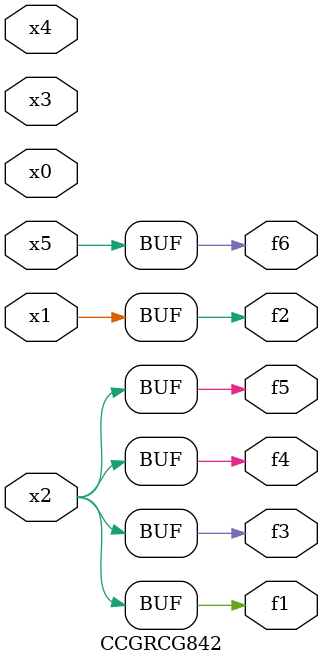
<source format=v>
module CCGRCG842(
	input x0, x1, x2, x3, x4, x5,
	output f1, f2, f3, f4, f5, f6
);
	assign f1 = x2;
	assign f2 = x1;
	assign f3 = x2;
	assign f4 = x2;
	assign f5 = x2;
	assign f6 = x5;
endmodule

</source>
